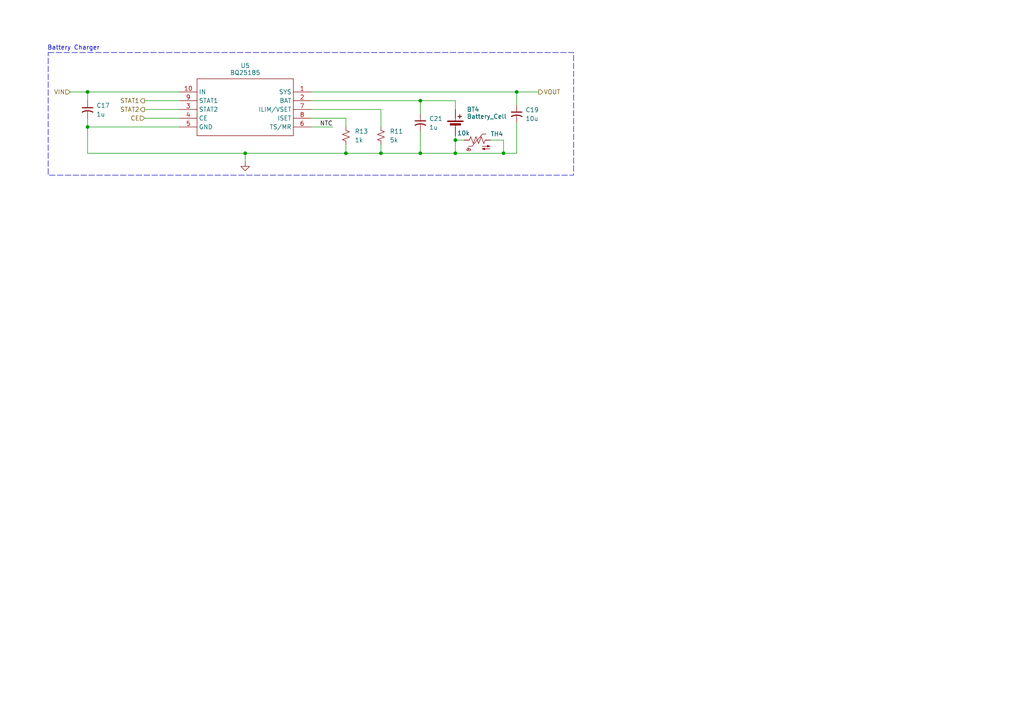
<source format=kicad_sch>
(kicad_sch (version 20250114) (generator "eeschema") (generator_version "9.0")
  (paper "A4")
  (lib_symbols
    (symbol "BQ25185DLHR:BQ25185"
      (property "Reference" "U" (at 0 1.27 0))
      (property "Value" "BQ25185" (at 0 -0.762 0))
      (symbol "BQ25185_0_1"
        (rectangle (start -13.97 -2.54) (end 13.97 -19.05))
      )
      (symbol "BQ25185_1_1"
        (pin power_in line (at -19.05 -6.35 0) (length 5.08) (name "IN") (number "10"))
        (pin output line (at -19.05 -8.89 0) (length 5.08) (name "STAT1") (number "9"))
        (pin output line (at -19.05 -11.43 0) (length 5.08) (name "STAT2") (number "3"))
        (pin input line (at -19.05 -13.97 0) (length 5.08) (name "CE") (number "4"))
        (pin power_out line (at -19.05 -16.51 0) (length 5.08) (name "GND") (number "5"))
        (pin power_out line (at 19.05 -6.35 180) (length 5.08) (name "SYS") (number "1"))
        (pin power_out line (at 19.05 -8.89 180) (length 5.08) (name "BAT") (number "2"))
        (pin bidirectional line (at 19.05 -11.43 180) (length 5.08) (name "ILIM/VSET") (number "7"))
        (pin bidirectional line (at 19.05 -13.97 180) (length 5.08) (name "ISET") (number "8"))
        (pin bidirectional line (at 19.05 -16.51 180) (length 5.08) (name "TS/MR") (number "6"))
      )
    )
    (symbol "Device:Battery_Cell" (pin_numbers (hide yes)) (pin_names (offset 0) (hide yes))
      (property "Reference" "BT" (at 2.54 2.54 0))
      (property "Value" "Battery_Cell" (at 2.54 0 0))
      (symbol "Battery_Cell_0_1"
        (rectangle (start -2.286 1.778) (end 2.286 1.524) (fill (type outline)))
        (rectangle (start -1.524 1.016) (end 1.524 0.508) (fill (type outline)))
        (polyline (pts (xy 0 1.778) (xy 0 2.54)))
        (polyline (pts (xy 0 0.762) (xy 0 0)))
        (polyline (pts (xy 0.762 3.048) (xy 1.778 3.048)) (stroke (width 0.254)))
        (polyline (pts (xy 1.27 3.556) (xy 1.27 2.54)) (stroke (width 0.254)))
      )
      (symbol "Battery_Cell_1_1"
        (pin passive line (at 0 5.08 270) (length 2.54) (name "+") (number "1"))
        (pin passive line (at 0 -2.54 90) (length 2.54) (name "-") (number "2"))
      )
    )
    (symbol "Device:C_Small_US" (pin_numbers (hide yes)) (pin_names (offset 0.254) (hide yes))
      (property "Reference" "C" (at 0.254 1.778 0))
      (property "Value" "C_Small_US" (at 0.254 -2.032 0))
      (symbol "C_Small_US_0_1"
        (polyline (pts (xy -1.524 0.508) (xy 1.524 0.508)) (stroke (width 0.3048)))
        (arc (start -1.524 -0.762) (mid 0 -0.3734) (end 1.524 -0.762) (stroke (width 0.3048)))
      )
      (symbol "C_Small_US_1_1"
        (pin passive line (at 0 2.54 270) (length 2.032) (name "~") (number "1"))
        (pin passive line (at 0 -2.54 90) (length 2.032) (name "~") (number "2"))
      )
    )
    (symbol "Device:R_Small_US" (pin_numbers (hide yes)) (pin_names (offset 0.254) (hide yes))
      (property "Reference" "R" (at 0.762 0.508 0))
      (property "Value" "R_Small_US" (at 0.762 -1.016 0))
      (symbol "R_Small_US_1_1"
        (polyline (pts (xy 0 1.524) (xy 1.016 1.143) (xy 0 0.762) (xy -1.016 0.381) (xy 0 0)))
        (polyline (pts (xy 0 0) (xy 1.016 -0.381) (xy 0 -0.762) (xy -1.016 -1.143) (xy 0 -1.524)))
        (pin passive line (at 0 2.54 270) (length 1.016) (name "~") (number "1"))
        (pin passive line (at 0 -2.54 90) (length 1.016) (name "~") (number "2"))
      )
    )
    (symbol "Device:Thermistor_NTC_US" (pin_numbers (hide yes)) (pin_names (offset 0))
      (property "Reference" "TH" (at -4.445 0 90))
      (property "Value" "Thermistor_NTC_US" (at 3.175 0 90))
      (symbol "Thermistor_NTC_US_0_1"
        (arc (start -3.175 2.413) (mid -3.0506 2.3165) (end -3.048 2.159))
        (arc (start -3.048 2.794) (mid -2.9736 2.9736) (end -2.794 3.048))
        (arc (start -2.794 3.048) (mid -2.6144 2.9736) (end -2.54 2.794))
        (arc (start -2.794 2.54) (mid -2.9736 2.6144) (end -3.048 2.794))
        (arc (start -2.794 1.905) (mid -2.9736 1.9794) (end -3.048 2.159))
        (arc (start -2.54 2.159) (mid -2.6144 1.9794) (end -2.794 1.905))
        (arc (start -2.159 2.794) (mid -2.434 2.5608) (end -2.794 2.54))
        (polyline (pts (xy -2.54 2.159) (xy -2.54 2.794)))
        (polyline (pts (xy -2.54 -3.683) (xy -2.54 -1.397) (xy -2.794 -2.159) (xy -2.286 -2.159) (xy -2.54 -1.397) (xy -2.54 -1.651)) (fill (type outline)))
        (polyline (pts (xy -1.778 2.54) (xy -1.778 1.524) (xy 1.778 -1.524) (xy 1.778 -2.54)))
        (polyline (pts (xy -1.778 -1.397) (xy -1.778 -3.683) (xy -2.032 -2.921) (xy -1.524 -2.921) (xy -1.778 -3.683) (xy -1.778 -3.429)) (fill (type outline)))
        (polyline (pts (xy 0 2.286) (xy 0 2.54)))
        (polyline (pts (xy 0 2.286) (xy 1.016 1.905) (xy 0 1.524) (xy -1.016 1.143) (xy 0 0.762)))
        (polyline (pts (xy 0 0.762) (xy 1.016 0.381) (xy 0 0) (xy -1.016 -0.381) (xy 0 -0.762)))
        (polyline (pts (xy 0 -0.762) (xy 1.016 -1.143) (xy 0 -1.524) (xy -1.016 -1.905) (xy 0 -2.286)))
        (polyline (pts (xy 0 -2.286) (xy 0 -2.54)))
      )
      (symbol "Thermistor_NTC_US_1_1"
        (pin passive line (at 0 3.81 270) (length 1.27) (name "~") (number "1"))
        (pin passive line (at 0 -3.81 90) (length 1.27) (name "~") (number "2"))
      )
    )
    (symbol "power:GND" (power) (pin_numbers (hide yes)) (pin_names (offset 0) (hide yes))
      (property "Value" "GND" (at 0 -3.81 0))
      (symbol "GND_0_1"
        (polyline (pts (xy 0 0) (xy 0 -1.27) (xy 1.27 -1.27) (xy 0 -2.54) (xy -1.27 -1.27) (xy 0 -1.27)))
      )
      (symbol "GND_1_1"
        (pin power_in line (at 0 0 270) (length 0) (name "~") (number "1"))
      )
    )
  )
  (rectangle (start 13.97 15.24) (end 166.37 50.8) (stroke (width 0) (type dash)))
  (text "Battery Charger" (at 21.336 13.97 0) (effects (font (size 1.27 1.27))))
  (junction (at 110.49 44.45))
  (junction (at 149.86 26.67))
  (junction (at 132.08 44.45))
  (junction (at 25.4 36.83))
  (junction (at 71.12 44.45))
  (junction (at 132.08 40.64))
  (junction (at 121.92 29.21))
  (junction (at 100.33 44.45))
  (junction (at 25.4 26.67))
  (junction (at 146.05 44.45))
  (junction (at 121.92 44.45))
  (wire (pts (xy 121.92 29.21) (xy 121.92 33.02)))
  (wire (pts (xy 41.91 31.75) (xy 52.07 31.75)))
  (wire (pts (xy 100.33 41.91) (xy 100.33 44.45)))
  (wire (pts (xy 142.24 40.64) (xy 146.05 40.64)))
  (wire (pts (xy 121.92 29.21) (xy 90.17 29.21)))
  (wire (pts (xy 121.92 38.1) (xy 121.92 44.45)))
  (wire (pts (xy 25.4 36.83) (xy 52.07 36.83)))
  (wire (pts (xy 90.17 36.83) (xy 96.52 36.83)))
  (wire (pts (xy 132.08 40.64) (xy 132.08 44.45)))
  (wire (pts (xy 132.08 31.75) (xy 132.08 29.21)))
  (wire (pts (xy 71.12 46.99) (xy 71.12 44.45)))
  (wire (pts (xy 132.08 44.45) (xy 146.05 44.45)))
  (wire (pts (xy 110.49 31.75) (xy 110.49 36.83)))
  (wire (pts (xy 146.05 44.45) (xy 149.86 44.45)))
  (wire (pts (xy 41.91 29.21) (xy 52.07 29.21)))
  (wire (pts (xy 132.08 29.21) (xy 121.92 29.21)))
  (wire (pts (xy 25.4 34.29) (xy 25.4 36.83)))
  (wire (pts (xy 110.49 41.91) (xy 110.49 44.45)))
  (wire (pts (xy 90.17 26.67) (xy 149.86 26.67)))
  (wire (pts (xy 41.91 34.29) (xy 52.07 34.29)))
  (wire (pts (xy 132.08 39.37) (xy 132.08 40.64)))
  (wire (pts (xy 25.4 36.83) (xy 25.4 44.45)))
  (wire (pts (xy 149.86 26.67) (xy 149.86 30.48)))
  (wire (pts (xy 90.17 31.75) (xy 110.49 31.75)))
  (wire (pts (xy 100.33 36.83) (xy 100.33 34.29)))
  (wire (pts (xy 110.49 44.45) (xy 121.92 44.45)))
  (wire (pts (xy 20.32 26.67) (xy 25.4 26.67)))
  (wire (pts (xy 100.33 34.29) (xy 90.17 34.29)))
  (wire (pts (xy 25.4 26.67) (xy 25.4 29.21)))
  (wire (pts (xy 146.05 40.64) (xy 146.05 44.45)))
  (wire (pts (xy 25.4 44.45) (xy 71.12 44.45)))
  (wire (pts (xy 149.86 26.67) (xy 156.21 26.67)))
  (wire (pts (xy 121.92 44.45) (xy 132.08 44.45)))
  (wire (pts (xy 25.4 26.67) (xy 52.07 26.67)))
  (wire (pts (xy 149.86 44.45) (xy 149.86 35.56)))
  (wire (pts (xy 132.08 40.64) (xy 134.62 40.64)))
  (wire (pts (xy 100.33 44.45) (xy 110.49 44.45)))
  (wire (pts (xy 71.12 44.45) (xy 100.33 44.45)))
  (label "NTC" (at 96.52 36.83 180))
  (hierarchical_label "VIN" (shape input) (at 20.32 26.67 180))
  (hierarchical_label "VOUT" (shape output) (at 156.21 26.67 0))
  (hierarchical_label "STAT1" (shape output) (at 41.91 29.21 180))
  (hierarchical_label "STAT2" (shape output) (at 41.91 31.75 180))
  (hierarchical_label "CE" (shape input) (at 41.91 34.29 180))
  (symbol (lib_id "Device:Battery_Cell") (at 132.08 36.83 0) (unit 1)
    (property "Reference" "BT3" (at 135.382 31.75 0) (effects (justify left)))
    (property "Value" "Battery_Cell" (at 135.382 33.782 0) (effects (justify left)))
    (property "Description" "Single-cell battery" (effects (hide yes)))
    (instances (project "eps" (path "" (reference "BT4") (unit 1)) (path "" (reference "BT3") (unit 1))))
  )
  (symbol (lib_id "Device:Thermistor_NTC_US") (at 138.43 40.64 90) (unit 1)
    (property "Reference" "TH3" (at 142.24 38.862 90) (effects (justify right)))
    (property "Value" "10k" (at 132.588 38.608 90) (effects (justify right)))
    (property "Description" "Temperature dependent resistor, negative temperature coefficient, US symbol" (effects (hide yes)))
    (instances (project "eps" (path "" (reference "TH4") (unit 1)) (path "" (reference "TH3") (unit 1))))
  )
  (symbol (lib_id "power:GND") (at 71.12 46.99 0) (unit 1)
    (property "Reference" "#PWR06" (effects (hide yes)))
    (property "Value" "GND" (effects (hide yes)))
    (property "Description" "Power symbol creates a global label with name \"GND\" , ground" (effects (hide yes)))
    (instances (project "" (path "" (reference "#PWR07") (unit 1)) (path "" (reference "#PWR06") (unit 1))))
  )
  (symbol (lib_id "Device:R_Small_US") (at 100.33 39.37 0) (unit 1)
    (property "Reference" "R12" (at 102.87 38.0999 0) (effects (justify left)))
    (property "Value" "1k" (at 102.87 40.6399 0) (effects (justify left)))
    (property "Description" "Resistor, small US symbol" (effects (hide yes)))
    (instances (project "eps" (path "" (reference "R13") (unit 1)) (path "" (reference "R12") (unit 1))))
  )
  (symbol (lib_id "Device:C_Small_US") (at 121.92 35.56 0) (unit 1)
    (property "Reference" "C20" (at 124.46 34.4169 0) (effects (justify left)))
    (property "Value" "1u" (at 124.46 36.9569 0) (effects (justify left)))
    (property "Description" "capacitor, small US symbol" (effects (hide yes)))
    (instances (project "eps" (path "" (reference "C21") (unit 1)) (path "" (reference "C20") (unit 1))))
  )
  (symbol (lib_id "Device:C_Small_US") (at 149.86 33.02 0) (mirror y) (unit 1)
    (property "Reference" "C18" (at 152.4 31.8769 0) (effects (justify right)))
    (property "Value" "10u" (at 152.4 34.4169 0) (effects (justify right)))
    (property "Description" "capacitor, small US symbol" (effects (hide yes)))
    (instances (project "eps" (path "" (reference "C19") (unit 1)) (path "" (reference "C18") (unit 1))))
  )
  (symbol (lib_id "BQ25185DLHR:BQ25185") (at 71.12 20.32 0) (unit 1)
    (property "Reference" "U4" (at 71.12 19.05 0))
    (property "Value" "BQ25185" (at 71.12 21.082 0))
    (instances (project "" (path "" (reference "U5") (unit 1)) (path "" (reference "U4") (unit 1))))
  )
  (symbol (lib_id "Device:R_Small_US") (at 110.49 39.37 0) (unit 1)
    (property "Reference" "R10" (at 113.03 38.0999 0) (effects (justify left)))
    (property "Value" "5k" (at 113.03 40.6399 0) (effects (justify left)))
    (property "Description" "Resistor, small US symbol" (effects (hide yes)))
    (instances (project "eps" (path "" (reference "R11") (unit 1)) (path "" (reference "R10") (unit 1))))
  )
  (symbol (lib_id "Device:C_Small_US") (at 25.4 31.75 0) (unit 1)
    (property "Reference" "C16" (at 27.94 30.6069 0) (effects (justify left)))
    (property "Value" "1u" (at 27.94 33.1469 0) (effects (justify left)))
    (property "Description" "capacitor, small US symbol" (effects (hide yes)))
    (instances (project "eps" (path "" (reference "C17") (unit 1)) (path "" (reference "C16") (unit 1))))
  )
)
</source>
